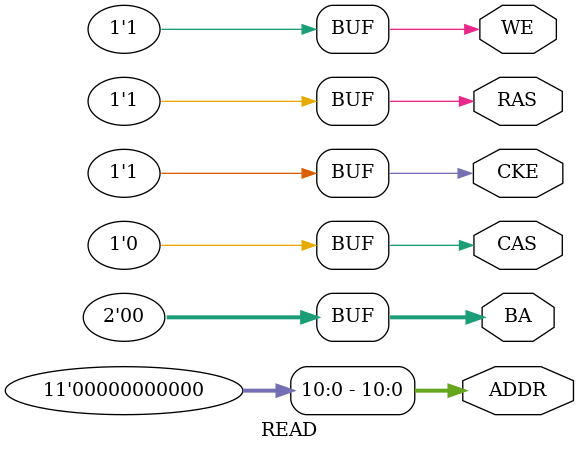
<source format=v>

module READ #(
parameter col = 0,
parameter bank = 0,
parameter a_pre_chg = 0 // default disable auto precharge
)(
output CKE			,
output RAS			,
output CAS			,
output WE			,
output [1:0] BA		,
output [12:0] ADDR
);

assign	CKE 		= 1;
assign	RAS 		= 1;
assign	CAS 		= 0;
assign	WE 		= 1;
assign	BA			= bank;
assign ADDR[9:0]	= col[9:0];
assign ADDR[10]	= a_pre_chg;

endmodule

/* Instance module

READ #( .col(col), .bank(bank), .a_pre_chg(a_pre_chg)) read_ex(
	.CKE(CKE),
	.RAS(RAS),
	.CAS(CAS),
	.WE(WE),
	.BA(BA),
	.ADDR(ADDR)
);

*/
</source>
